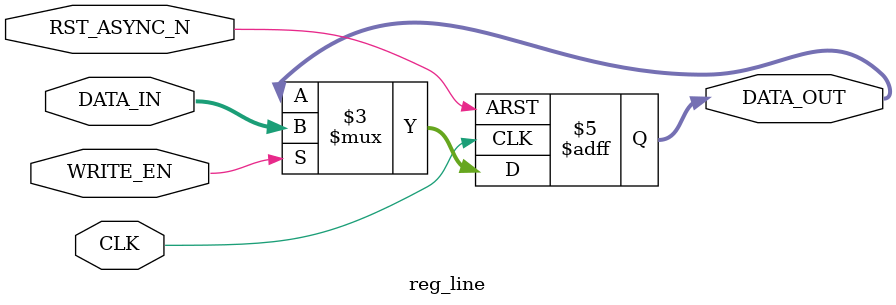
<source format=v>
/*-----------------------------------------------------------------------------------
 * File: reg_line.v
 * Date generated: 2023-03-25
 * Date modified: 2023-03-30
 * Author: Bruna Suemi Nagai
 * Description: A register to store the input line of padding + intergers from ref block.
 *----------------------------------------------------------------------------------- */

module reg_line(
    CLK,
    RST_ASYNC_N, 
    WRITE_EN,
    DATA_IN,  
    DATA_OUT
);


// ------------------------------------------
// IO declaration
// ------------------------------------------
	input CLK;                              // Clock
	input RST_ASYNC_N;						// Asynchronous reset
    input WRITE_EN;							// Enables writing
    input signed [71:0] DATA_IN;			// Data to be written 
    output reg signed [71:0] DATA_OUT;	    // Data read output
    

// ------------------------------------------
// Sequential logic
// ------------------------------------------
always @(posedge CLK, negedge RST_ASYNC_N) begin
   if (!RST_ASYNC_N)                        // If rst async is low
	begin
            DATA_OUT <= 72'b0;
	end
	
   	else if (WRITE_EN) 		 			    // If write enable is high
	begin
		DATA_OUT <= DATA_IN; 			    // Write data to the register at the specified address
	end 
end

endmodule


</source>
